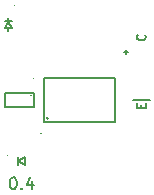
<source format=gto>
%TF.GenerationSoftware,KiCad,Pcbnew,9.0.5*%
%TF.CreationDate,2025-10-03T12:10:36+01:00*%
%TF.ProjectId,vm_light_sensor,766d5f6c-6967-4687-945f-73656e736f72,0.4*%
%TF.SameCoordinates,PX510ff40PY47868c0*%
%TF.FileFunction,Legend,Top*%
%TF.FilePolarity,Positive*%
%FSLAX45Y45*%
G04 Gerber Fmt 4.5, Leading zero omitted, Abs format (unit mm)*
G04 Created by KiCad (PCBNEW 9.0.5) date 2025-10-03 12:10:36*
%MOMM*%
%LPD*%
G01*
G04 APERTURE LIST*
%ADD10C,0.200000*%
%ADD11C,0.150000*%
%ADD12C,0.075000*%
G04 APERTURE END LIST*
D10*
X-563985Y-656722D02*
X-554461Y-656722D01*
X-554461Y-656722D02*
X-544938Y-661484D01*
X-544938Y-661484D02*
X-540176Y-666246D01*
X-540176Y-666246D02*
X-535414Y-675770D01*
X-535414Y-675770D02*
X-530652Y-694817D01*
X-530652Y-694817D02*
X-530652Y-718627D01*
X-530652Y-718627D02*
X-535414Y-737674D01*
X-535414Y-737674D02*
X-540176Y-747198D01*
X-540176Y-747198D02*
X-544938Y-751960D01*
X-544938Y-751960D02*
X-554461Y-756722D01*
X-554461Y-756722D02*
X-563985Y-756722D01*
X-563985Y-756722D02*
X-573509Y-751960D01*
X-573509Y-751960D02*
X-578271Y-747198D01*
X-578271Y-747198D02*
X-583033Y-737674D01*
X-583033Y-737674D02*
X-587795Y-718627D01*
X-587795Y-718627D02*
X-587795Y-694817D01*
X-587795Y-694817D02*
X-583033Y-675770D01*
X-583033Y-675770D02*
X-578271Y-666246D01*
X-578271Y-666246D02*
X-573509Y-661484D01*
X-573509Y-661484D02*
X-563985Y-656722D01*
X-487795Y-747198D02*
X-483033Y-751960D01*
X-483033Y-751960D02*
X-487795Y-756722D01*
X-487795Y-756722D02*
X-492556Y-751960D01*
X-492556Y-751960D02*
X-487795Y-747198D01*
X-487795Y-747198D02*
X-487795Y-756722D01*
X-397318Y-690055D02*
X-397318Y-756722D01*
X-421128Y-651960D02*
X-444937Y-723388D01*
X-444937Y-723388D02*
X-383033Y-723388D01*
D11*
X554774Y549846D02*
X558345Y546275D01*
X558345Y546275D02*
X561916Y535560D01*
X561916Y535560D02*
X561916Y528417D01*
X561916Y528417D02*
X558345Y517703D01*
X558345Y517703D02*
X551202Y510560D01*
X551202Y510560D02*
X544059Y506989D01*
X544059Y506989D02*
X529774Y503417D01*
X529774Y503417D02*
X519059Y503417D01*
X519059Y503417D02*
X504773Y506989D01*
X504773Y506989D02*
X497631Y510560D01*
X497631Y510560D02*
X490488Y517703D01*
X490488Y517703D02*
X486916Y528417D01*
X486916Y528417D02*
X486916Y535560D01*
X486916Y535560D02*
X490488Y546275D01*
X490488Y546275D02*
X494059Y549846D01*
X522631Y-65868D02*
X522631Y-40868D01*
X561916Y-30154D02*
X561916Y-65868D01*
X561916Y-65868D02*
X486916Y-65868D01*
X486916Y-65868D02*
X486916Y-30154D01*
%TO.C,U2*%
X-387500Y-57500D02*
X-632500Y-57500D01*
X-632500Y57500D01*
X-387500Y57500D01*
X-387500Y-57500D01*
D12*
X-403750Y37500D02*
G75*
G02*
X-411250Y37500I-3750J0D01*
G01*
X-411250Y37500D02*
G75*
G02*
X-403750Y37500I3750J0D01*
G01*
X-383750Y182500D02*
G75*
G02*
X-391250Y182500I-3750J0D01*
G01*
X-391250Y182500D02*
G75*
G02*
X-383750Y182500I3750J0D01*
G01*
D11*
%TO.C,D1*%
X-520000Y-552500D02*
X-520000Y-487500D01*
X-515000Y-520000D02*
X-460000Y-487500D01*
X-515000Y-520000D02*
X-460000Y-552500D01*
X-460000Y-552500D02*
X-460000Y-487500D01*
D12*
X-603750Y-467500D02*
G75*
G02*
X-611250Y-467500I-3750J0D01*
G01*
X-611250Y-467500D02*
G75*
G02*
X-603750Y-467500I3750J0D01*
G01*
%TO.C,U1*%
D11*
X-300500Y187500D02*
X304500Y187500D01*
X304500Y-187500D01*
X-300500Y-187500D01*
X-300500Y187500D01*
D12*
X-319250Y-287500D02*
G75*
G02*
X-326750Y-287500I-3750J0D01*
G01*
X-326750Y-287500D02*
G75*
G02*
X-319250Y-287500I3750J0D01*
G01*
D11*
X-263000Y-157500D02*
G75*
G02*
X-278000Y-157500I-7500J0D01*
G01*
X-278000Y-157500D02*
G75*
G02*
X-263000Y-157500I7500J0D01*
G01*
%TO.C,Q1*%
X396750Y422750D02*
X396750Y385250D01*
X415500Y404000D02*
X378000Y404000D01*
X598000Y-1000D02*
X458000Y-1000D01*
%TO.C,D2*%
X-632500Y667500D02*
X-567500Y667500D01*
X-632500Y607500D02*
X-567500Y607500D01*
X-600000Y695000D02*
X-600000Y665000D01*
X-600000Y662500D02*
X-632500Y607500D01*
X-600000Y662500D02*
X-567500Y607500D01*
X-600000Y607500D02*
X-600000Y585000D01*
D12*
X-546250Y800000D02*
G75*
G02*
X-553750Y800000I-3750J0D01*
G01*
X-553750Y800000D02*
G75*
G02*
X-546250Y800000I3750J0D01*
G01*
%TD*%
M02*

</source>
